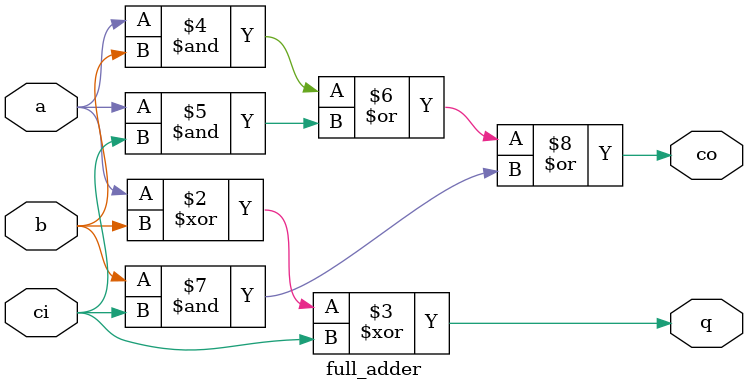
<source format=v>

module full_adder (
    input a,
    input b,
    input ci,         // carry in
    output reg q,     // sum
    output reg co      // carry out
  );

  // combinatiorial logic
  always @(*) begin
    q <= (a ^ b) ^ ci;
    co <= (a & b) | (a & ci) | (b & ci);
  end
  
endmodule

</source>
